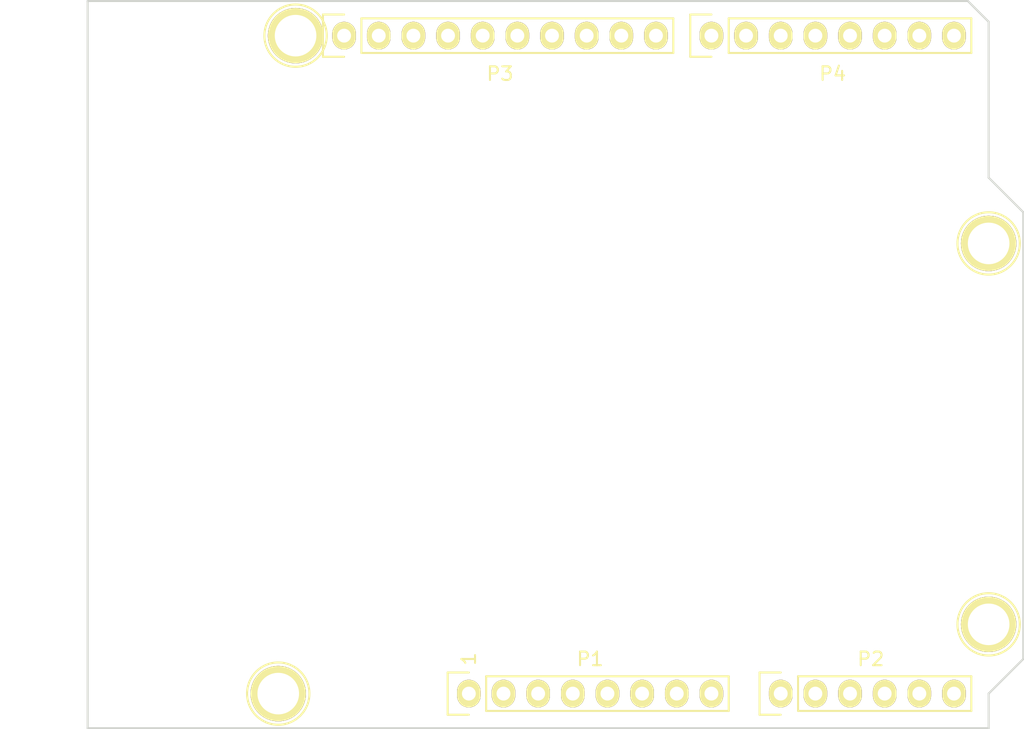
<source format=kicad_pcb>
(kicad_pcb (version 20221018) (generator pcbnew)
  (title_block (date "lun. 30 mars 2015"))
  (layers (0 "F.Cu" signal) (31 "B.Cu" signal) (34 "B.Paste" user) (35 "F.Paste" user) (36 "B.SilkS" user "B.Silkscreen") (37 "F.SilkS" user "F.Silkscreen") (38 "B.Mask" user) (39 "F.Mask" user) (44 "Edge.Cuts" user))
  (net 0 "")
  (net 1 "/IOREF")
  (net 2 "/Reset")
  (net 3 "+5V")
  (net 4 "GND")
  (net 5 "/Vin")
  (net 6 "/A0")
  (net 7 "/A1")
  (net 8 "/A2")
  (net 9 "/A3")
  (net 10 "/AREF")
  (net 11 "/A4(SDA)")
  (net 12 "/A5(SCL)")
  (net 13 "/9(**)")
  (net 14 "/8")
  (net 15 "/7")
  (net 16 "/6(**)")
  (net 17 "/5(**)")
  (net 18 "/4")
  (net 19 "/3(**)")
  (net 20 "/2")
  (net 21 "/1(Tx)")
  (net 22 "/0(Rx)")
  (net 23 "Net-(P5-Pad1)")
  (net 24 "Net-(P6-Pad1)")
  (net 25 "Net-(P7-Pad1)")
  (net 26 "Net-(P8-Pad1)")
  (net 27 "/13(SCK)")
  (net 28 "/10(**/SS)")
  (net 29 "Net-(P1-Pad1)")
  (net 30 "+3V3")
  (net 31 "/12(MISO)")
  (net 32 "/11(**/MOSI)")
  (footprint "Socket_Arduino_Uno:Socket_Strip_Arduino_1x08" (layer "F.Cu") (at 138.938 123.825)
    (fp_text reference "P1" (at 8.89 -2.54) (layer "F.SilkS"))
    (fp_text value "Power")
    (fp_line (start -1.55 -1.55) (end -1.55 1.55) (stroke (width 0.15)) (layer "F.SilkS"))
    (fp_line (start -1.55 1.55) (end 0 1.55) (stroke (width 0.15)) (layer "F.SilkS"))
    (fp_line (start 0 -1.55) (end -1.55 -1.55) (stroke (width 0.15)) (layer "F.SilkS"))
    (fp_line (start 1.27 1.27) (end 1.27 -1.27) (stroke (width 0.15)) (layer "F.SilkS"))
    (fp_line (start 1.27 1.27) (end 19.05 1.27) (stroke (width 0.15)) (layer "F.SilkS"))
    (fp_line (start 19.05 -1.27) (end 1.27 -1.27) (stroke (width 0.15)) (layer "F.SilkS"))
    (fp_line (start 19.05 1.27) (end 19.05 -1.27) (stroke (width 0.15)) (layer "F.SilkS"))
    (pad "1" thru_hole oval locked (at 0 0) (size 1.7272 2.032) (drill 1.016) (layers "*.Cu" "*.Mask" "F.SilkS") (net 29 "Net-(P1-Pad1)"))
    (pad "2" thru_hole oval locked (at 2.54 0) (size 1.7272 2.032) (drill 1.016) (layers "*.Cu" "*.Mask" "F.SilkS") (net 1 "/IOREF"))
    (pad "3" thru_hole oval locked (at 5.08 0) (size 1.7272 2.032) (drill 1.016) (layers "*.Cu" "*.Mask" "F.SilkS") (net 2 "/Reset"))
    (pad "4" thru_hole oval locked (at 7.62 0) (size 1.7272 2.032) (drill 1.016) (layers "*.Cu" "*.Mask" "F.SilkS") (net 30 "+3V3"))
    (pad "5" thru_hole oval locked (at 10.16 0) (size 1.7272 2.032) (drill 1.016) (layers "*.Cu" "*.Mask" "F.SilkS") (net 3 "+5V"))
    (pad "6" thru_hole oval locked (at 12.7 0) (size 1.7272 2.032) (drill 1.016) (layers "*.Cu" "*.Mask" "F.SilkS") (net 4 "GND"))
    (pad "7" thru_hole oval locked (at 15.24 0) (size 1.7272 2.032) (drill 1.016) (layers "*.Cu" "*.Mask" "F.SilkS") (net 4 "GND"))
    (pad "8" thru_hole oval locked (at 17.78 0) (size 1.7272 2.032) (drill 1.016) (layers "*.Cu" "*.Mask" "F.SilkS") (net 5 "/Vin"))
  )
  (footprint "Socket_Arduino_Uno:Socket_Strip_Arduino_1x06" (layer "F.Cu") (at 161.798 123.825)
    (fp_text reference "P2" (at 6.604 -2.54) (layer "F.SilkS"))
    (fp_text value "Analog")
    (fp_line (start -1.55 -1.55) (end -1.55 1.55) (stroke (width 0.15)) (layer "F.SilkS"))
    (fp_line (start -1.55 1.55) (end 0 1.55) (stroke (width 0.15)) (layer "F.SilkS"))
    (fp_line (start 0 -1.55) (end -1.55 -1.55) (stroke (width 0.15)) (layer "F.SilkS"))
    (fp_line (start 1.27 1.27) (end 1.27 -1.27) (stroke (width 0.15)) (layer "F.SilkS"))
    (fp_line (start 1.27 1.27) (end 13.97 1.27) (stroke (width 0.15)) (layer "F.SilkS"))
    (fp_line (start 13.97 -1.27) (end 1.27 -1.27) (stroke (width 0.15)) (layer "F.SilkS"))
    (fp_line (start 13.97 1.27) (end 13.97 -1.27) (stroke (width 0.15)) (layer "F.SilkS"))
    (pad "1" thru_hole oval locked (at 0 0) (size 1.7272 2.032) (drill 1.016) (layers "*.Cu" "*.Mask" "F.SilkS") (net 6 "/A0"))
    (pad "2" thru_hole oval locked (at 2.54 0) (size 1.7272 2.032) (drill 1.016) (layers "*.Cu" "*.Mask" "F.SilkS") (net 7 "/A1"))
    (pad "3" thru_hole oval locked (at 5.08 0) (size 1.7272 2.032) (drill 1.016) (layers "*.Cu" "*.Mask" "F.SilkS") (net 8 "/A2"))
    (pad "4" thru_hole oval locked (at 7.62 0) (size 1.7272 2.032) (drill 1.016) (layers "*.Cu" "*.Mask" "F.SilkS") (net 9 "/A3"))
    (pad "5" thru_hole oval locked (at 10.16 0) (size 1.7272 2.032) (drill 1.016) (layers "*.Cu" "*.Mask" "F.SilkS") (net 11 "/A4(SDA)"))
    (pad "6" thru_hole oval locked (at 12.7 0) (size 1.7272 2.032) (drill 1.016) (layers "*.Cu" "*.Mask" "F.SilkS") (net 12 "/A5(SCL)"))
  )
  (footprint "Socket_Arduino_Uno:Socket_Strip_Arduino_1x10" (layer "F.Cu") (at 129.794 75.565)
    (fp_text reference "P3" (at 11.43 2.794) (layer "F.SilkS"))
    (fp_text value "Digital")
    (fp_line (start -1.55 -1.55) (end -1.55 1.55) (stroke (width 0.15)) (layer "F.SilkS"))
    (fp_line (start -1.55 1.55) (end 0 1.55) (stroke (width 0.15)) (layer "F.SilkS"))
    (fp_line (start 0 -1.55) (end -1.55 -1.55) (stroke (width 0.15)) (layer "F.SilkS"))
    (fp_line (start 1.27 1.27) (end 1.27 -1.27) (stroke (width 0.15)) (layer "F.SilkS"))
    (fp_line (start 1.27 1.27) (end 24.13 1.27) (stroke (width 0.15)) (layer "F.SilkS"))
    (fp_line (start 24.13 -1.27) (end 1.27 -1.27) (stroke (width 0.15)) (layer "F.SilkS"))
    (fp_line (start 24.13 1.27) (end 24.13 -1.27) (stroke (width 0.15)) (layer "F.SilkS"))
    (pad "1" thru_hole oval locked (at 0 0) (size 1.7272 2.032) (drill 1.016) (layers "*.Cu" "*.Mask" "F.SilkS") (net 12 "/A5(SCL)"))
    (pad "2" thru_hole oval locked (at 2.54 0) (size 1.7272 2.032) (drill 1.016) (layers "*.Cu" "*.Mask" "F.SilkS") (net 11 "/A4(SDA)"))
    (pad "3" thru_hole oval locked (at 5.08 0) (size 1.7272 2.032) (drill 1.016) (layers "*.Cu" "*.Mask" "F.SilkS") (net 10 "/AREF"))
    (pad "4" thru_hole oval locked (at 7.62 0) (size 1.7272 2.032) (drill 1.016) (layers "*.Cu" "*.Mask" "F.SilkS") (net 4 "GND"))
    (pad "5" thru_hole oval locked (at 10.16 0) (size 1.7272 2.032) (drill 1.016) (layers "*.Cu" "*.Mask" "F.SilkS") (net 27 "/13(SCK)"))
    (pad "6" thru_hole oval locked (at 12.7 0) (size 1.7272 2.032) (drill 1.016) (layers "*.Cu" "*.Mask" "F.SilkS") (net 31 "/12(MISO)"))
    (pad "7" thru_hole oval locked (at 15.24 0) (size 1.7272 2.032) (drill 1.016) (layers "*.Cu" "*.Mask" "F.SilkS") (net 32 "/11(**/MOSI)"))
    (pad "8" thru_hole oval locked (at 17.78 0) (size 1.7272 2.032) (drill 1.016) (layers "*.Cu" "*.Mask" "F.SilkS") (net 28 "/10(**/SS)"))
    (pad "9" thru_hole oval locked (at 20.32 0) (size 1.7272 2.032) (drill 1.016) (layers "*.Cu" "*.Mask" "F.SilkS") (net 13 "/9(**)"))
    (pad "10" thru_hole oval locked (at 22.86 0) (size 1.7272 2.032) (drill 1.016) (layers "*.Cu" "*.Mask" "F.SilkS") (net 14 "/8"))
  )
  (footprint "Socket_Arduino_Uno:Socket_Strip_Arduino_1x08" (layer "F.Cu") (at 156.718 75.565)
    (fp_text reference "P4" (at 8.89 2.794) (layer "F.SilkS"))
    (fp_text value "Digital")
    (fp_line (start -1.55 -1.55) (end -1.55 1.55) (stroke (width 0.15)) (layer "F.SilkS"))
    (fp_line (start -1.55 1.55) (end 0 1.55) (stroke (width 0.15)) (layer "F.SilkS"))
    (fp_line (start 0 -1.55) (end -1.55 -1.55) (stroke (width 0.15)) (layer "F.SilkS"))
    (fp_line (start 1.27 1.27) (end 1.27 -1.27) (stroke (width 0.15)) (layer "F.SilkS"))
    (fp_line (start 1.27 1.27) (end 19.05 1.27) (stroke (width 0.15)) (layer "F.SilkS"))
    (fp_line (start 19.05 -1.27) (end 1.27 -1.27) (stroke (width 0.15)) (layer "F.SilkS"))
    (fp_line (start 19.05 1.27) (end 19.05 -1.27) (stroke (width 0.15)) (layer "F.SilkS"))
    (pad "1" thru_hole oval locked (at 0 0) (size 1.7272 2.032) (drill 1.016) (layers "*.Cu" "*.Mask" "F.SilkS") (net 15 "/7"))
    (pad "2" thru_hole oval locked (at 2.54 0) (size 1.7272 2.032) (drill 1.016) (layers "*.Cu" "*.Mask" "F.SilkS") (net 16 "/6(**)"))
    (pad "3" thru_hole oval locked (at 5.08 0) (size 1.7272 2.032) (drill 1.016) (layers "*.Cu" "*.Mask" "F.SilkS") (net 17 "/5(**)"))
    (pad "4" thru_hole oval locked (at 7.62 0) (size 1.7272 2.032) (drill 1.016) (layers "*.Cu" "*.Mask" "F.SilkS") (net 18 "/4"))
    (pad "5" thru_hole oval locked (at 10.16 0) (size 1.7272 2.032) (drill 1.016) (layers "*.Cu" "*.Mask" "F.SilkS") (net 19 "/3(**)"))
    (pad "6" thru_hole oval locked (at 12.7 0) (size 1.7272 2.032) (drill 1.016) (layers "*.Cu" "*.Mask" "F.SilkS") (net 20 "/2"))
    (pad "7" thru_hole oval locked (at 15.24 0) (size 1.7272 2.032) (drill 1.016) (layers "*.Cu" "*.Mask" "F.SilkS") (net 21 "/1(Tx)"))
    (pad "8" thru_hole oval locked (at 17.78 0) (size 1.7272 2.032) (drill 1.016) (layers "*.Cu" "*.Mask" "F.SilkS") (net 22 "/0(Rx)"))
  )
  (footprint "Socket_Arduino_Uno:Arduino_1pin" (layer "F.Cu") (at 124.968 123.825)
    (fp_text reference "P5" hide)
    (fp_text value "CONN_01X01" hide)
    (fp_circle (center 0 0) (end 0 -2.286) (stroke (width 0.15)) (fill none) (layer "F.SilkS"))
    (pad "1" thru_hole circle locked (at 0 0) (size 4.064 4.064) (drill 3.048) (layers "*.Cu" "*.Mask" "F.SilkS") (net 23 "Net-(P5-Pad1)"))
  )
  (footprint "Socket_Arduino_Uno:Arduino_1pin" (layer "F.Cu") (at 177.038 118.745)
    (fp_text reference "P6" hide)
    (fp_text value "CONN_01X01" hide)
    (fp_circle (center 0 0) (end 0 -2.286) (stroke (width 0.15)) (fill none) (layer "F.SilkS"))
    (pad "1" thru_hole circle locked (at 0 0) (size 4.064 4.064) (drill 3.048) (layers "*.Cu" "*.Mask" "F.SilkS") (net 24 "Net-(P6-Pad1)"))
  )
  (footprint "Socket_Arduino_Uno:Arduino_1pin" (layer "F.Cu") (at 126.238 75.565)
    (fp_text reference "P7" hide)
    (fp_text value "CONN_01X01" hide)
    (fp_circle (center 0 0) (end 0 -2.286) (stroke (width 0.15)) (fill none) (layer "F.SilkS"))
    (pad "1" thru_hole circle locked (at 0 0) (size 4.064 4.064) (drill 3.048) (layers "*.Cu" "*.Mask" "F.SilkS") (net 25 "Net-(P7-Pad1)"))
  )
  (footprint "Socket_Arduino_Uno:Arduino_1pin" (layer "F.Cu") (at 177.038 90.805)
    (fp_text reference "P8" hide)
    (fp_text value "CONN_01X01" hide)
    (fp_circle (center 0 0) (end 0 -2.286) (stroke (width 0.15)) (fill none) (layer "F.SilkS"))
    (pad "1" thru_hole circle locked (at 0 0) (size 4.064 4.064) (drill 3.048) (layers "*.Cu" "*.Mask" "F.SilkS") (net 26 "Net-(P8-Pad1)"))
  )
  (gr_line (start 175.514 73.025) (end 110.998 73.025) (stroke (width 0.15)) (layer "Edge.Cuts"))
  (gr_line (start 110.998 73.025) (end 110.998 126.365) (stroke (width 0.15)) (layer "Edge.Cuts"))
  (gr_line (start 110.998 126.365) (end 177.038 126.365) (stroke (width 0.15)) (layer "Edge.Cuts"))
  (gr_line (start 177.038 126.365) (end 177.038 123.825) (stroke (width 0.15)) (layer "Edge.Cuts"))
  (gr_line (start 179.578 88.519) (end 177.038 85.979) (stroke (width 0.15)) (layer "Edge.Cuts"))
  (gr_line (start 177.038 85.979) (end 177.038 74.549) (stroke (width 0.15)) (layer "Edge.Cuts"))
  (gr_line (start 177.038 74.549) (end 175.514 73.025) (stroke (width 0.15)) (layer "Edge.Cuts"))
  (gr_line (start 179.578 121.285) (end 179.578 88.519) (stroke (width 0.15)) (layer "Edge.Cuts"))
  (gr_line (start 177.038 123.825) (end 179.578 121.285) (stroke (width 0.15)) (layer "Edge.Cuts"))
  (gr_text "1" (at 138.938 121.285 90) (layer "F.SilkS") (effects (font (size 1 1))))
)
</source>
